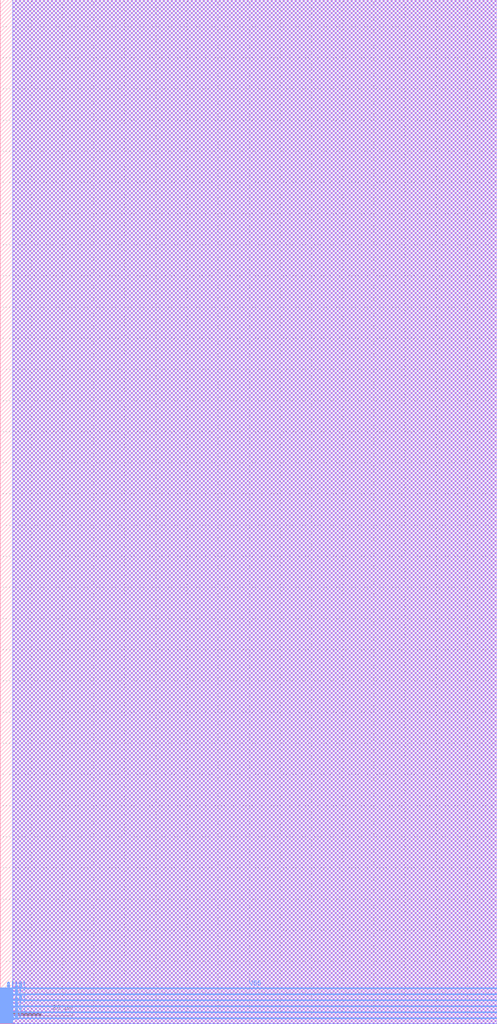
<source format=lef>
VERSION 5.6 ;
BUSBITCHARS "[]" ;
DIVIDERCHAR "/" ;

MACRO SRAM1RW4096x16
  CLASS BLOCK ;
  ORIGIN 0 0 ;
  FOREIGN SRAM1RW4096x16 0 0 ;
  SIZE 159.648 BY 328.536 ;
  SYMMETRY X Y ;
  SITE asap7sc7p5t ;
  PIN VDD
    DIRECTION INOUT ;
    USE POWER ;
    PORT 
      LAYER M4 ;
        RECT 0.0 1.632 159.648 1.728 ;
        RECT 0.0 3.552 159.648 3.648 ;
        RECT 0.0 5.472 159.648 5.568 ;
        RECT 0.0 7.392 159.648 7.488 ;
        RECT 0.0 9.312 159.648 9.408 ;
        RECT 0.0 11.232 159.648 11.328 ;
    END 
  END VDD
  PIN VSS
    DIRECTION INOUT ;
    USE GROUND ;
    PORT 
      LAYER M4 ;
        RECT 0.0 1.824 159.648 1.92 ;
        RECT 0.0 3.744 159.648 3.84 ;
        RECT 0.0 5.664 159.648 5.76 ;
        RECT 0.0 7.584 159.648 7.68 ;
        RECT 0.0 9.504 159.648 9.6 ;
        RECT 0.0 11.424 159.648 11.52 ;
    END 
  END VSS
  PIN CE
    DIRECTION INPUT ;
    USE SIGNAL ;
    PORT 
      LAYER M4 ;
        RECT 0.0 0.096 4.0 0.192 ;
    END 
  END CE
  PIN WEB
    DIRECTION INPUT ;
    USE SIGNAL ;
    PORT 
      LAYER M4 ;
        RECT 0.0 0.288 4.0 0.384 ;
    END 
  END WEB
  PIN OEB
    DIRECTION INPUT ;
    USE SIGNAL ;
    PORT 
      LAYER M4 ;
        RECT 0.0 0.48 4.0 0.576 ;
    END 
  END OEB
  PIN CSB
    DIRECTION INPUT ;
    USE SIGNAL ;
    PORT 
      LAYER M4 ;
        RECT 0.0 0.672 4.0 0.768 ;
    END 
  END CSB
  PIN A[0]
    DIRECTION INPUT ;
    USE SIGNAL ;
    PORT 
      LAYER M4 ;
        RECT 0.0 0.864 4.0 0.96 ;
    END 
  END A[0]
  PIN A[1]
    DIRECTION INPUT ;
    USE SIGNAL ;
    PORT 
      LAYER M4 ;
        RECT 0.0 1.056 4.0 1.152 ;
    END 
  END A[1]
  PIN A[2]
    DIRECTION INPUT ;
    USE SIGNAL ;
    PORT 
      LAYER M4 ;
        RECT 0.0 1.248 4.0 1.344 ;
    END 
  END A[2]
  PIN A[3]
    DIRECTION INPUT ;
    USE SIGNAL ;
    PORT 
      LAYER M4 ;
        RECT 0.0 1.44 4.0 1.536 ;
    END 
  END A[3]
  PIN A[4]
    DIRECTION INPUT ;
    USE SIGNAL ;
    PORT 
      LAYER M4 ;
        RECT 0.0 2.016 4.0 2.112 ;
    END 
  END A[4]
  PIN A[5]
    DIRECTION INPUT ;
    USE SIGNAL ;
    PORT 
      LAYER M4 ;
        RECT 0.0 2.208 4.0 2.304 ;
    END 
  END A[5]
  PIN A[6]
    DIRECTION INPUT ;
    USE SIGNAL ;
    PORT 
      LAYER M4 ;
        RECT 0.0 2.4 4.0 2.496 ;
    END 
  END A[6]
  PIN A[7]
    DIRECTION INPUT ;
    USE SIGNAL ;
    PORT 
      LAYER M4 ;
        RECT 0.0 2.592 4.0 2.688 ;
    END 
  END A[7]
  PIN A[8]
    DIRECTION INPUT ;
    USE SIGNAL ;
    PORT 
      LAYER M4 ;
        RECT 0.0 2.784 4.0 2.88 ;
    END 
  END A[8]
  PIN A[9]
    DIRECTION INPUT ;
    USE SIGNAL ;
    PORT 
      LAYER M4 ;
        RECT 0.0 2.976 4.0 3.072 ;
    END 
  END A[9]
  PIN A[10]
    DIRECTION INPUT ;
    USE SIGNAL ;
    PORT 
      LAYER M4 ;
        RECT 0.0 3.168 4.0 3.264 ;
    END 
  END A[10]
  PIN A[11]
    DIRECTION INPUT ;
    USE SIGNAL ;
    PORT 
      LAYER M4 ;
        RECT 0.0 3.36 4.0 3.456 ;
    END 
  END A[11]
  PIN I[0]
    DIRECTION INPUT ;
    USE SIGNAL ;
    PORT 
      LAYER M4 ;
        RECT 0.0 3.936 4.0 4.032 ;
    END 
  END I[0]
  PIN I[1]
    DIRECTION INPUT ;
    USE SIGNAL ;
    PORT 
      LAYER M4 ;
        RECT 0.0 4.128 4.0 4.224 ;
    END 
  END I[1]
  PIN I[2]
    DIRECTION INPUT ;
    USE SIGNAL ;
    PORT 
      LAYER M4 ;
        RECT 0.0 4.32 4.0 4.416 ;
    END 
  END I[2]
  PIN I[3]
    DIRECTION INPUT ;
    USE SIGNAL ;
    PORT 
      LAYER M4 ;
        RECT 0.0 4.512 4.0 4.608 ;
    END 
  END I[3]
  PIN I[4]
    DIRECTION INPUT ;
    USE SIGNAL ;
    PORT 
      LAYER M4 ;
        RECT 0.0 4.704 4.0 4.8 ;
    END 
  END I[4]
  PIN I[5]
    DIRECTION INPUT ;
    USE SIGNAL ;
    PORT 
      LAYER M4 ;
        RECT 0.0 4.896 4.0 4.992 ;
    END 
  END I[5]
  PIN I[6]
    DIRECTION INPUT ;
    USE SIGNAL ;
    PORT 
      LAYER M4 ;
        RECT 0.0 5.088 4.0 5.184 ;
    END 
  END I[6]
  PIN I[7]
    DIRECTION INPUT ;
    USE SIGNAL ;
    PORT 
      LAYER M4 ;
        RECT 0.0 5.28 4.0 5.376 ;
    END 
  END I[7]
  PIN I[8]
    DIRECTION INPUT ;
    USE SIGNAL ;
    PORT 
      LAYER M4 ;
        RECT 0.0 5.856 4.0 5.952 ;
    END 
  END I[8]
  PIN I[9]
    DIRECTION INPUT ;
    USE SIGNAL ;
    PORT 
      LAYER M4 ;
        RECT 0.0 6.048 4.0 6.144 ;
    END 
  END I[9]
  PIN I[10]
    DIRECTION INPUT ;
    USE SIGNAL ;
    PORT 
      LAYER M4 ;
        RECT 0.0 6.24 4.0 6.336 ;
    END 
  END I[10]
  PIN I[11]
    DIRECTION INPUT ;
    USE SIGNAL ;
    PORT 
      LAYER M4 ;
        RECT 0.0 6.432 4.0 6.528 ;
    END 
  END I[11]
  PIN I[12]
    DIRECTION INPUT ;
    USE SIGNAL ;
    PORT 
      LAYER M4 ;
        RECT 0.0 6.624 4.0 6.72 ;
    END 
  END I[12]
  PIN I[13]
    DIRECTION INPUT ;
    USE SIGNAL ;
    PORT 
      LAYER M4 ;
        RECT 0.0 6.816 4.0 6.912 ;
    END 
  END I[13]
  PIN I[14]
    DIRECTION INPUT ;
    USE SIGNAL ;
    PORT 
      LAYER M4 ;
        RECT 0.0 7.008 4.0 7.104 ;
    END 
  END I[14]
  PIN I[15]
    DIRECTION INPUT ;
    USE SIGNAL ;
    PORT 
      LAYER M4 ;
        RECT 0.0 7.2 4.0 7.296 ;
    END 
  END I[15]
  PIN O[0]
    DIRECTION OUTPUT ;
    USE SIGNAL ;
    PORT 
      LAYER M4 ;
        RECT 0.0 7.776 4.0 7.872 ;
    END 
  END O[0]
  PIN O[1]
    DIRECTION OUTPUT ;
    USE SIGNAL ;
    PORT 
      LAYER M4 ;
        RECT 0.0 7.968 4.0 8.064 ;
    END 
  END O[1]
  PIN O[2]
    DIRECTION OUTPUT ;
    USE SIGNAL ;
    PORT 
      LAYER M4 ;
        RECT 0.0 8.16 4.0 8.256 ;
    END 
  END O[2]
  PIN O[3]
    DIRECTION OUTPUT ;
    USE SIGNAL ;
    PORT 
      LAYER M4 ;
        RECT 0.0 8.352 4.0 8.448 ;
    END 
  END O[3]
  PIN O[4]
    DIRECTION OUTPUT ;
    USE SIGNAL ;
    PORT 
      LAYER M4 ;
        RECT 0.0 8.544 4.0 8.64 ;
    END 
  END O[4]
  PIN O[5]
    DIRECTION OUTPUT ;
    USE SIGNAL ;
    PORT 
      LAYER M4 ;
        RECT 0.0 8.736 4.0 8.832 ;
    END 
  END O[5]
  PIN O[6]
    DIRECTION OUTPUT ;
    USE SIGNAL ;
    PORT 
      LAYER M4 ;
        RECT 0.0 8.928 4.0 9.024 ;
    END 
  END O[6]
  PIN O[7]
    DIRECTION OUTPUT ;
    USE SIGNAL ;
    PORT 
      LAYER M4 ;
        RECT 0.0 9.12 4.0 9.216 ;
    END 
  END O[7]
  PIN O[8]
    DIRECTION OUTPUT ;
    USE SIGNAL ;
    PORT 
      LAYER M4 ;
        RECT 0.0 9.696 4.0 9.792 ;
    END 
  END O[8]
  PIN O[9]
    DIRECTION OUTPUT ;
    USE SIGNAL ;
    PORT 
      LAYER M4 ;
        RECT 0.0 9.888 4.0 9.984 ;
    END 
  END O[9]
  PIN O[10]
    DIRECTION OUTPUT ;
    USE SIGNAL ;
    PORT 
      LAYER M4 ;
        RECT 0.0 10.08 4.0 10.176 ;
    END 
  END O[10]
  PIN O[11]
    DIRECTION OUTPUT ;
    USE SIGNAL ;
    PORT 
      LAYER M4 ;
        RECT 0.0 10.272 4.0 10.368 ;
    END 
  END O[11]
  PIN O[12]
    DIRECTION OUTPUT ;
    USE SIGNAL ;
    PORT 
      LAYER M4 ;
        RECT 0.0 10.464 4.0 10.56 ;
    END 
  END O[12]
  PIN O[13]
    DIRECTION OUTPUT ;
    USE SIGNAL ;
    PORT 
      LAYER M4 ;
        RECT 0.0 10.656 4.0 10.752 ;
    END 
  END O[13]
  PIN O[14]
    DIRECTION OUTPUT ;
    USE SIGNAL ;
    PORT 
      LAYER M4 ;
        RECT 0.0 10.848 4.0 10.944 ;
    END 
  END O[14]
  PIN O[15]
    DIRECTION OUTPUT ;
    USE SIGNAL ;
    PORT 
      LAYER M4 ;
        RECT 0.0 11.04 4.0 11.136 ;
    END 
  END O[15]
  OBS 
    LAYER M1 ;
      RECT 4.0 0.0 159.648 328.536 ;
    LAYER M2 ;
      RECT 4.0 0.0 159.648 328.536 ;
    LAYER M3 ;
      RECT 4.0 0.0 159.648 328.536 ;
  END 
END SRAM1RW4096x16

END LIBRARY
</source>
